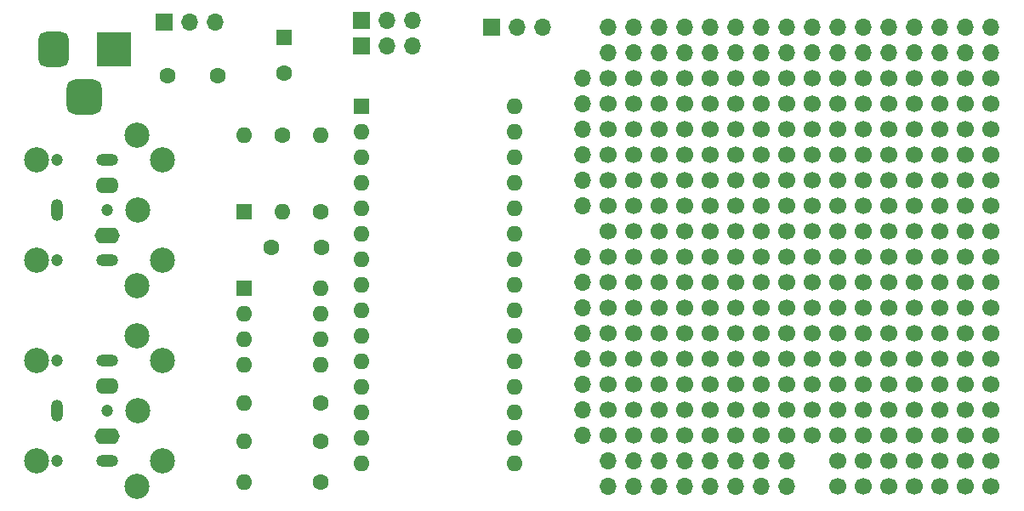
<source format=gbr>
%TF.GenerationSoftware,KiCad,Pcbnew,8.0.5*%
%TF.CreationDate,2024-10-10T20:13:41+01:00*%
%TF.ProjectId,NanoMIDIProtoShield,4e616e6f-4d49-4444-9950-726f746f5368,rev?*%
%TF.SameCoordinates,Original*%
%TF.FileFunction,Soldermask,Bot*%
%TF.FilePolarity,Negative*%
%FSLAX46Y46*%
G04 Gerber Fmt 4.6, Leading zero omitted, Abs format (unit mm)*
G04 Created by KiCad (PCBNEW 8.0.5) date 2024-10-10 20:13:41*
%MOMM*%
%LPD*%
G01*
G04 APERTURE LIST*
G04 Aperture macros list*
%AMRoundRect*
0 Rectangle with rounded corners*
0 $1 Rounding radius*
0 $2 $3 $4 $5 $6 $7 $8 $9 X,Y pos of 4 corners*
0 Add a 4 corners polygon primitive as box body*
4,1,4,$2,$3,$4,$5,$6,$7,$8,$9,$2,$3,0*
0 Add four circle primitives for the rounded corners*
1,1,$1+$1,$2,$3*
1,1,$1+$1,$4,$5*
1,1,$1+$1,$6,$7*
1,1,$1+$1,$8,$9*
0 Add four rect primitives between the rounded corners*
20,1,$1+$1,$2,$3,$4,$5,0*
20,1,$1+$1,$4,$5,$6,$7,0*
20,1,$1+$1,$6,$7,$8,$9,0*
20,1,$1+$1,$8,$9,$2,$3,0*%
G04 Aperture macros list end*
%ADD10C,1.700000*%
%ADD11R,1.600000X1.600000*%
%ADD12O,1.600000X1.600000*%
%ADD13C,1.600000*%
%ADD14O,1.700000X1.700000*%
%ADD15R,1.700000X1.700000*%
%ADD16C,2.499360*%
%ADD17R,3.500000X3.500000*%
%ADD18RoundRect,0.750000X-0.750000X-1.000000X0.750000X-1.000000X0.750000X1.000000X-0.750000X1.000000X0*%
%ADD19RoundRect,0.875000X-0.875000X-0.875000X0.875000X-0.875000X0.875000X0.875000X-0.875000X0.875000X0*%
%ADD20C,1.200000*%
%ADD21O,2.200000X1.200000*%
%ADD22O,2.300000X1.600000*%
%ADD23O,1.200000X2.200000*%
%ADD24O,2.500000X1.600000*%
G04 APERTURE END LIST*
D10*
%TO.C,*%
X142420000Y-95680000D03*
%TD*%
%TO.C,*%
X117020000Y-62660000D03*
%TD*%
%TO.C,*%
X132260000Y-65200000D03*
%TD*%
%TO.C,*%
X109400000Y-62660000D03*
%TD*%
%TO.C,*%
X109400000Y-65200000D03*
%TD*%
%TO.C,*%
X147500000Y-95680000D03*
%TD*%
%TO.C,*%
X127180000Y-82980000D03*
%TD*%
%TO.C,*%
X147500000Y-62660000D03*
%TD*%
%TO.C,*%
X132260000Y-77900000D03*
%TD*%
%TO.C,*%
X144960000Y-90600000D03*
%TD*%
%TO.C,*%
X137340000Y-60120000D03*
%TD*%
%TO.C,*%
X139880000Y-70280000D03*
%TD*%
%TO.C,*%
X124640000Y-70280000D03*
%TD*%
%TO.C,*%
X137340000Y-62660000D03*
%TD*%
%TO.C,*%
X142420000Y-67740000D03*
%TD*%
%TO.C,*%
X129720000Y-82980000D03*
%TD*%
%TO.C,*%
X111940000Y-65200000D03*
%TD*%
%TO.C,*%
X117020000Y-82980000D03*
%TD*%
%TO.C,*%
X147500000Y-57580000D03*
%TD*%
%TO.C,*%
X139880000Y-77900000D03*
%TD*%
%TO.C,*%
X119560000Y-67740000D03*
%TD*%
%TO.C,*%
X137340000Y-98220000D03*
%TD*%
%TO.C,*%
X119560000Y-75360000D03*
%TD*%
%TO.C,*%
X111940000Y-80440000D03*
%TD*%
%TO.C,*%
X137340000Y-70280000D03*
%TD*%
%TO.C,*%
X124640000Y-77900000D03*
%TD*%
%TO.C,*%
X119560000Y-60120000D03*
%TD*%
%TO.C,*%
X147500000Y-93140000D03*
%TD*%
%TO.C,*%
X127180000Y-72820000D03*
%TD*%
D11*
%TO.C,A1*%
X84846000Y-60374000D03*
D12*
X84846000Y-62914000D03*
X84846000Y-65454000D03*
X84846000Y-67994000D03*
X84846000Y-70534000D03*
X84846000Y-73074000D03*
X84846000Y-75614000D03*
X84846000Y-78154000D03*
X84846000Y-80694000D03*
X84846000Y-83234000D03*
X84846000Y-85774000D03*
X84846000Y-88314000D03*
X84846000Y-90854000D03*
X84846000Y-93394000D03*
X84846000Y-95934000D03*
X100086000Y-95934000D03*
X100086000Y-93394000D03*
X100086000Y-90854000D03*
X100086000Y-88314000D03*
X100086000Y-85774000D03*
X100086000Y-83234000D03*
X100086000Y-80694000D03*
X100086000Y-78154000D03*
X100086000Y-75614000D03*
X100086000Y-73074000D03*
X100086000Y-70534000D03*
X100086000Y-67994000D03*
X100086000Y-65454000D03*
X100086000Y-62914000D03*
X100086000Y-60374000D03*
%TD*%
D10*
%TO.C,*%
X119560000Y-72820000D03*
%TD*%
%TO.C,*%
X111940000Y-60120000D03*
%TD*%
%TO.C,*%
X144960000Y-98220000D03*
%TD*%
D13*
%TO.C,R2*%
X80782000Y-93736000D03*
D12*
X73162000Y-93736000D03*
%TD*%
D10*
%TO.C,*%
X132260000Y-62660000D03*
%TD*%
%TO.C,*%
X114480000Y-60120000D03*
%TD*%
%TO.C,*%
X109400000Y-72820000D03*
%TD*%
%TO.C,*%
X117020000Y-75360000D03*
%TD*%
%TO.C,*%
X142420000Y-70280000D03*
%TD*%
%TO.C,*%
X142420000Y-57580000D03*
%TD*%
%TO.C,*%
X127180000Y-88060000D03*
%TD*%
%TO.C,*%
X139880000Y-57580000D03*
%TD*%
%TO.C,*%
X119560000Y-80440000D03*
%TD*%
D11*
%TO.C,U1*%
X73162000Y-78496000D03*
D12*
X73162000Y-81036000D03*
X73162000Y-83576000D03*
X73162000Y-86116000D03*
X80782000Y-86116000D03*
X80782000Y-83576000D03*
X80782000Y-81036000D03*
X80782000Y-78496000D03*
%TD*%
D10*
%TO.C,*%
X109400000Y-90600000D03*
%TD*%
%TO.C,*%
X132260000Y-72820000D03*
%TD*%
%TO.C,*%
X139880000Y-82980000D03*
%TD*%
%TO.C,*%
X132260000Y-80440000D03*
%TD*%
%TO.C,*%
X111940000Y-82980000D03*
%TD*%
%TO.C,*%
X119560000Y-88060000D03*
%TD*%
%TO.C,*%
X114480000Y-82980000D03*
%TD*%
%TO.C,*%
X134800000Y-57580000D03*
%TD*%
%TO.C,*%
X132260000Y-67740000D03*
%TD*%
%TO.C,*%
X134800000Y-93140000D03*
%TD*%
%TO.C,*%
X129720000Y-77900000D03*
%TD*%
%TO.C,*%
X124640000Y-93140000D03*
%TD*%
%TO.C,*%
X124640000Y-82980000D03*
%TD*%
%TO.C,*%
X109400000Y-70280000D03*
%TD*%
%TO.C,*%
X127180000Y-93140000D03*
%TD*%
%TO.C,*%
X119560000Y-65200000D03*
%TD*%
%TO.C,*%
X134800000Y-98220000D03*
%TD*%
%TO.C,*%
X122100000Y-93140000D03*
%TD*%
%TO.C,*%
X117020000Y-93140000D03*
%TD*%
%TO.C,*%
X137340000Y-80440000D03*
%TD*%
%TO.C,*%
X124640000Y-60120000D03*
%TD*%
%TO.C,*%
X137340000Y-77900000D03*
%TD*%
%TO.C,*%
X111940000Y-72820000D03*
%TD*%
%TO.C,*%
X132260000Y-95680000D03*
%TD*%
%TO.C,*%
X132260000Y-90600000D03*
%TD*%
%TO.C,*%
X139880000Y-88060000D03*
%TD*%
%TO.C,*%
X114480000Y-75360000D03*
%TD*%
%TO.C,*%
X127180000Y-60120000D03*
%TD*%
%TO.C,*%
X137340000Y-82980000D03*
%TD*%
%TO.C,*%
X129720000Y-67740000D03*
%TD*%
%TO.C,*%
X137340000Y-88060000D03*
%TD*%
%TO.C,*%
X147500000Y-72820000D03*
%TD*%
%TO.C,*%
X144960000Y-80440000D03*
%TD*%
D14*
%TO.C,J8*%
X147500000Y-52500000D03*
X144960000Y-52500000D03*
X142420000Y-52500000D03*
X139880000Y-52500000D03*
X137340000Y-52500000D03*
X134800000Y-52500000D03*
X132260000Y-52500000D03*
X129720000Y-52500000D03*
X127180000Y-52500000D03*
X124640000Y-52500000D03*
X122100000Y-52500000D03*
X119560000Y-52500000D03*
X117020000Y-52500000D03*
X114480000Y-52500000D03*
X111940000Y-52500000D03*
X109400000Y-52500000D03*
%TD*%
D15*
%TO.C,SW1*%
X65204000Y-51992000D03*
D14*
X67744000Y-51992000D03*
X70284000Y-51992000D03*
%TD*%
D10*
%TO.C,*%
X132260000Y-75360000D03*
%TD*%
%TO.C,*%
X137340000Y-67740000D03*
%TD*%
%TO.C,*%
X122100000Y-85520000D03*
%TD*%
%TO.C,*%
X134800000Y-60120000D03*
%TD*%
%TO.C,*%
X114480000Y-90600000D03*
%TD*%
%TO.C,*%
X117020000Y-65200000D03*
%TD*%
%TO.C,*%
X119560000Y-77900000D03*
%TD*%
%TO.C,*%
X122100000Y-70280000D03*
%TD*%
D15*
%TO.C,J2*%
X84836000Y-51816000D03*
D14*
X87376000Y-51816000D03*
X89916000Y-51816000D03*
%TD*%
D10*
%TO.C,*%
X117020000Y-77900000D03*
%TD*%
%TO.C,*%
X111940000Y-93140000D03*
%TD*%
%TO.C,*%
X139880000Y-90600000D03*
%TD*%
%TO.C,*%
X127180000Y-57580000D03*
%TD*%
%TO.C,*%
X144960000Y-62660000D03*
%TD*%
%TO.C,*%
X114480000Y-67740000D03*
%TD*%
%TO.C,*%
X139880000Y-75360000D03*
%TD*%
%TO.C,*%
X114480000Y-93140000D03*
%TD*%
%TO.C,*%
X142420000Y-93140000D03*
%TD*%
%TO.C,*%
X134800000Y-77900000D03*
%TD*%
%TO.C,*%
X124640000Y-72820000D03*
%TD*%
%TO.C,*%
X127180000Y-75360000D03*
%TD*%
%TO.C,*%
X122100000Y-77900000D03*
%TD*%
%TO.C,*%
X144960000Y-85520000D03*
%TD*%
%TO.C,*%
X132260000Y-60120000D03*
%TD*%
%TO.C,*%
X129720000Y-90600000D03*
%TD*%
%TO.C,*%
X117020000Y-60120000D03*
%TD*%
%TO.C,*%
X139880000Y-60120000D03*
%TD*%
%TO.C,*%
X127180000Y-85520000D03*
%TD*%
%TO.C,*%
X142420000Y-75360000D03*
%TD*%
%TO.C,*%
X134800000Y-62660000D03*
%TD*%
%TO.C,*%
X147500000Y-75360000D03*
%TD*%
%TO.C,*%
X144960000Y-88060000D03*
%TD*%
%TO.C,*%
X132260000Y-70280000D03*
%TD*%
%TO.C,*%
X127180000Y-65200000D03*
%TD*%
%TO.C,*%
X134800000Y-82980000D03*
%TD*%
%TO.C,*%
X109400000Y-57580000D03*
%TD*%
D13*
%TO.C,R1*%
X80782000Y-97800000D03*
D12*
X73162000Y-97800000D03*
%TD*%
D10*
%TO.C,*%
X137340000Y-65200000D03*
%TD*%
%TO.C,*%
X111940000Y-75360000D03*
%TD*%
%TO.C,*%
X117020000Y-57580000D03*
%TD*%
%TO.C,*%
X142420000Y-82980000D03*
%TD*%
%TO.C,*%
X114480000Y-80440000D03*
%TD*%
%TO.C,*%
X129720000Y-70280000D03*
%TD*%
D16*
%TO.C,IN1*%
X52502300Y-65698740D03*
X52502300Y-75701260D03*
X62497200Y-78198080D03*
X62499740Y-70700000D03*
X62497200Y-63201920D03*
X64999100Y-75696180D03*
X64999100Y-65703820D03*
%TD*%
D10*
%TO.C,*%
X147500000Y-85520000D03*
%TD*%
%TO.C,*%
X137340000Y-57580000D03*
%TD*%
%TO.C,*%
X117020000Y-88060000D03*
%TD*%
%TO.C,*%
X134800000Y-67740000D03*
%TD*%
%TO.C,*%
X111940000Y-85520000D03*
%TD*%
%TO.C,*%
X132260000Y-85520000D03*
%TD*%
%TO.C,*%
X147500000Y-60120000D03*
%TD*%
%TO.C,*%
X129720000Y-75360000D03*
%TD*%
%TO.C,*%
X132260000Y-88060000D03*
%TD*%
%TO.C,*%
X142420000Y-60120000D03*
%TD*%
D14*
%TO.C,J6*%
X127180000Y-95680000D03*
X124640000Y-95680000D03*
X122100000Y-95680000D03*
X119560000Y-95680000D03*
X117020000Y-95680000D03*
X114480000Y-95680000D03*
X111940000Y-95680000D03*
X109400000Y-95680000D03*
%TD*%
D17*
%TO.C,J1*%
X60200000Y-54700000D03*
D18*
X54200000Y-54700000D03*
D19*
X57200000Y-59400000D03*
%TD*%
D20*
%TO.C,J5*%
X54500000Y-65700000D03*
X52000000Y-65700000D03*
X59500000Y-70700000D03*
X54500000Y-75700000D03*
X52000000Y-75700000D03*
D21*
X59500000Y-65700000D03*
D22*
X59500000Y-68200000D03*
D23*
X54500000Y-70700000D03*
D21*
X59500000Y-75700000D03*
D24*
X59500000Y-73200000D03*
%TD*%
D10*
%TO.C,*%
X124640000Y-90600000D03*
%TD*%
%TO.C,*%
X142420000Y-77900000D03*
%TD*%
%TO.C,*%
X144960000Y-72820000D03*
%TD*%
%TO.C,*%
X134800000Y-75360000D03*
%TD*%
%TO.C,*%
X134800000Y-85520000D03*
%TD*%
%TO.C,*%
X139880000Y-62660000D03*
%TD*%
%TO.C,*%
X117020000Y-85520000D03*
%TD*%
%TO.C,*%
X114480000Y-85520000D03*
%TD*%
%TO.C,*%
X147500000Y-88060000D03*
%TD*%
%TO.C,*%
X114480000Y-70280000D03*
%TD*%
%TO.C,*%
X117020000Y-90600000D03*
%TD*%
%TO.C,*%
X122100000Y-62660000D03*
%TD*%
%TO.C,*%
X129720000Y-62660000D03*
%TD*%
%TO.C,*%
X114480000Y-57580000D03*
%TD*%
%TO.C,*%
X139880000Y-72820000D03*
%TD*%
%TO.C,*%
X132260000Y-93140000D03*
%TD*%
%TO.C,*%
X111940000Y-70280000D03*
%TD*%
%TO.C,*%
X139880000Y-65200000D03*
%TD*%
%TO.C,*%
X142420000Y-98220000D03*
%TD*%
%TO.C,*%
X137340000Y-75360000D03*
%TD*%
%TO.C,*%
X139880000Y-93140000D03*
%TD*%
D13*
%TO.C,R3*%
X76972000Y-63256000D03*
D12*
X76972000Y-70876000D03*
%TD*%
D10*
%TO.C,*%
X122100000Y-80440000D03*
%TD*%
%TO.C,*%
X124640000Y-80440000D03*
%TD*%
%TO.C,*%
X144960000Y-77900000D03*
%TD*%
D15*
%TO.C,J3*%
X84836000Y-54356000D03*
D14*
X87376000Y-54356000D03*
X89916000Y-54356000D03*
%TD*%
D10*
%TO.C,*%
X117020000Y-67740000D03*
%TD*%
%TO.C,*%
X114480000Y-77900000D03*
%TD*%
%TO.C,*%
X122100000Y-75360000D03*
%TD*%
D11*
%TO.C,D1*%
X73162000Y-70876000D03*
D12*
X73162000Y-63256000D03*
%TD*%
D10*
%TO.C,*%
X122100000Y-57580000D03*
%TD*%
%TO.C,*%
X129720000Y-80440000D03*
%TD*%
%TO.C,*%
X147500000Y-65200000D03*
%TD*%
%TO.C,*%
X134800000Y-70280000D03*
%TD*%
%TO.C,*%
X127180000Y-77900000D03*
%TD*%
%TO.C,*%
X124640000Y-88060000D03*
%TD*%
D13*
%TO.C,R5*%
X80782000Y-70876000D03*
D12*
X80782000Y-63256000D03*
%TD*%
D14*
%TO.C,J11*%
X106860000Y-57580000D03*
X106860000Y-60120000D03*
X106860000Y-62660000D03*
X106860000Y-65200000D03*
X106860000Y-67740000D03*
X106860000Y-70280000D03*
%TD*%
D10*
%TO.C,*%
X142420000Y-65200000D03*
%TD*%
%TO.C,*%
X144960000Y-67740000D03*
%TD*%
D13*
%TO.C,R4*%
X80782000Y-89926000D03*
D12*
X73162000Y-89926000D03*
%TD*%
D10*
%TO.C,*%
X122100000Y-88060000D03*
%TD*%
%TO.C,*%
X117020000Y-72820000D03*
%TD*%
%TO.C,*%
X134800000Y-65200000D03*
%TD*%
%TO.C,*%
X122100000Y-60120000D03*
%TD*%
%TO.C,*%
X122100000Y-65200000D03*
%TD*%
%TO.C,*%
X144960000Y-93140000D03*
%TD*%
%TO.C,*%
X114480000Y-62660000D03*
%TD*%
%TO.C,*%
X144960000Y-75360000D03*
%TD*%
%TO.C,*%
X114480000Y-88060000D03*
%TD*%
%TO.C,*%
X124640000Y-75360000D03*
%TD*%
D15*
%TO.C,J12*%
X97731000Y-52500000D03*
D14*
X100271000Y-52500000D03*
X102811000Y-52500000D03*
%TD*%
D10*
%TO.C,*%
X129720000Y-88060000D03*
%TD*%
%TO.C,*%
X124640000Y-67740000D03*
%TD*%
%TO.C,*%
X139880000Y-67740000D03*
%TD*%
%TO.C,*%
X137340000Y-85520000D03*
%TD*%
%TO.C,*%
X132260000Y-82980000D03*
%TD*%
%TO.C,*%
X111940000Y-67740000D03*
%TD*%
%TO.C,*%
X122100000Y-82980000D03*
%TD*%
%TO.C,*%
X124640000Y-85520000D03*
%TD*%
%TO.C,*%
X147500000Y-82980000D03*
%TD*%
%TO.C,*%
X147500000Y-90600000D03*
%TD*%
%TO.C,*%
X134800000Y-72820000D03*
%TD*%
%TO.C,*%
X142420000Y-88060000D03*
%TD*%
%TO.C,*%
X144960000Y-70280000D03*
%TD*%
%TO.C,*%
X142420000Y-62660000D03*
%TD*%
%TO.C,*%
X124640000Y-65200000D03*
%TD*%
%TO.C,*%
X119560000Y-93140000D03*
%TD*%
D11*
%TO.C,C1*%
X77142000Y-53516000D03*
D13*
X77142000Y-57016000D03*
%TD*%
D10*
%TO.C,*%
X109400000Y-82980000D03*
%TD*%
%TO.C,*%
X119560000Y-62660000D03*
%TD*%
%TO.C,*%
X111940000Y-57580000D03*
%TD*%
%TO.C,*%
X137340000Y-90600000D03*
%TD*%
%TO.C,*%
X142420000Y-85520000D03*
%TD*%
%TO.C,*%
X147500000Y-77900000D03*
%TD*%
%TO.C,*%
X111940000Y-77900000D03*
%TD*%
%TO.C,*%
X137340000Y-72820000D03*
%TD*%
%TO.C,*%
X109400000Y-80440000D03*
%TD*%
%TO.C,*%
X132260000Y-57580000D03*
%TD*%
%TO.C,*%
X132260000Y-98220000D03*
%TD*%
%TO.C,*%
X147500000Y-98220000D03*
%TD*%
%TO.C,*%
X119560000Y-57580000D03*
%TD*%
%TO.C,*%
X129720000Y-93140000D03*
%TD*%
%TO.C,*%
X144960000Y-95680000D03*
%TD*%
%TO.C,*%
X137340000Y-95680000D03*
%TD*%
%TO.C,*%
X144960000Y-60120000D03*
%TD*%
%TO.C,*%
X142420000Y-80440000D03*
%TD*%
D16*
%TO.C,OUT1*%
X52502300Y-85698740D03*
X52502300Y-95701260D03*
X62497200Y-98198080D03*
X62499740Y-90700000D03*
X62497200Y-83201920D03*
X64999100Y-95696180D03*
X64999100Y-85703820D03*
%TD*%
D10*
%TO.C,*%
X117020000Y-70280000D03*
%TD*%
%TO.C,*%
X119560000Y-82980000D03*
%TD*%
%TO.C,*%
X122100000Y-90600000D03*
%TD*%
D20*
%TO.C,J4*%
X54500000Y-85700000D03*
X52000000Y-85700000D03*
X59500000Y-90700000D03*
X54500000Y-95700000D03*
X52000000Y-95700000D03*
D21*
X59500000Y-85700000D03*
D22*
X59500000Y-88200000D03*
D23*
X54500000Y-90700000D03*
D21*
X59500000Y-95700000D03*
D24*
X59500000Y-93200000D03*
%TD*%
D10*
%TO.C,*%
X129720000Y-60120000D03*
%TD*%
%TO.C,*%
X144960000Y-57580000D03*
%TD*%
%TO.C,*%
X122100000Y-67740000D03*
%TD*%
D13*
%TO.C,C2*%
X70498000Y-57326000D03*
X65498000Y-57326000D03*
%TD*%
D10*
%TO.C,*%
X129720000Y-72820000D03*
%TD*%
%TO.C,*%
X139880000Y-85520000D03*
%TD*%
%TO.C,*%
X111940000Y-88060000D03*
%TD*%
%TO.C,*%
X134800000Y-80440000D03*
%TD*%
%TO.C,*%
X109400000Y-60120000D03*
%TD*%
D14*
%TO.C,J10*%
X127180000Y-98220000D03*
X124640000Y-98220000D03*
X122100000Y-98220000D03*
X119560000Y-98220000D03*
X117020000Y-98220000D03*
X114480000Y-98220000D03*
X111940000Y-98220000D03*
X109400000Y-98220000D03*
%TD*%
D10*
%TO.C,*%
X139880000Y-95680000D03*
%TD*%
%TO.C,*%
X147500000Y-67740000D03*
%TD*%
%TO.C,*%
X109400000Y-75360000D03*
%TD*%
%TO.C,*%
X109400000Y-88060000D03*
%TD*%
%TO.C,*%
X124640000Y-57580000D03*
%TD*%
%TO.C,*%
X114480000Y-65200000D03*
%TD*%
%TO.C,*%
X109400000Y-85520000D03*
%TD*%
%TO.C,*%
X117020000Y-80440000D03*
%TD*%
%TO.C,*%
X127180000Y-70280000D03*
%TD*%
%TO.C,*%
X111940000Y-62660000D03*
%TD*%
%TO.C,*%
X139880000Y-80440000D03*
%TD*%
%TO.C,*%
X129720000Y-65200000D03*
%TD*%
%TO.C,*%
X114480000Y-72820000D03*
%TD*%
%TO.C,*%
X129720000Y-85520000D03*
%TD*%
%TO.C,*%
X139880000Y-98220000D03*
%TD*%
%TO.C,*%
X127180000Y-80440000D03*
%TD*%
%TO.C,*%
X134800000Y-95680000D03*
%TD*%
D14*
%TO.C,J7*%
X106860000Y-93140000D03*
X106860000Y-90600000D03*
X106860000Y-88060000D03*
X106860000Y-85520000D03*
X106860000Y-82980000D03*
X106860000Y-80440000D03*
X106860000Y-77900000D03*
X106860000Y-75360000D03*
%TD*%
D10*
%TO.C,*%
X109400000Y-93140000D03*
%TD*%
%TO.C,*%
X144960000Y-65200000D03*
%TD*%
D14*
%TO.C,J9*%
X147500000Y-55040000D03*
X144960000Y-55040000D03*
X142420000Y-55040000D03*
X139880000Y-55040000D03*
X137340000Y-55040000D03*
X134800000Y-55040000D03*
X132260000Y-55040000D03*
X129720000Y-55040000D03*
X127180000Y-55040000D03*
X124640000Y-55040000D03*
X122100000Y-55040000D03*
X119560000Y-55040000D03*
X117020000Y-55040000D03*
X114480000Y-55040000D03*
X111940000Y-55040000D03*
X109400000Y-55040000D03*
%TD*%
D10*
%TO.C,*%
X144960000Y-82980000D03*
%TD*%
%TO.C,*%
X127180000Y-90600000D03*
%TD*%
%TO.C,*%
X111940000Y-90600000D03*
%TD*%
%TO.C,*%
X147500000Y-80440000D03*
%TD*%
%TO.C,*%
X127180000Y-62660000D03*
%TD*%
D13*
%TO.C,C3*%
X80850000Y-74422000D03*
X75850000Y-74422000D03*
%TD*%
D10*
%TO.C,*%
X129720000Y-57580000D03*
%TD*%
%TO.C,*%
X142420000Y-90600000D03*
%TD*%
%TO.C,*%
X124640000Y-62660000D03*
%TD*%
%TO.C,*%
X119560000Y-70280000D03*
%TD*%
%TO.C,*%
X142420000Y-72820000D03*
%TD*%
%TO.C,*%
X147500000Y-70280000D03*
%TD*%
%TO.C,*%
X122100000Y-72820000D03*
%TD*%
%TO.C,*%
X134800000Y-90600000D03*
%TD*%
%TO.C,*%
X134800000Y-88060000D03*
%TD*%
%TO.C,*%
X109400000Y-77900000D03*
%TD*%
%TO.C,*%
X137340000Y-93140000D03*
%TD*%
%TO.C,*%
X119560000Y-90600000D03*
%TD*%
%TO.C,*%
X119560000Y-85520000D03*
%TD*%
%TO.C,*%
X109400000Y-67740000D03*
%TD*%
%TO.C,*%
X127180000Y-67740000D03*
%TD*%
M02*

</source>
